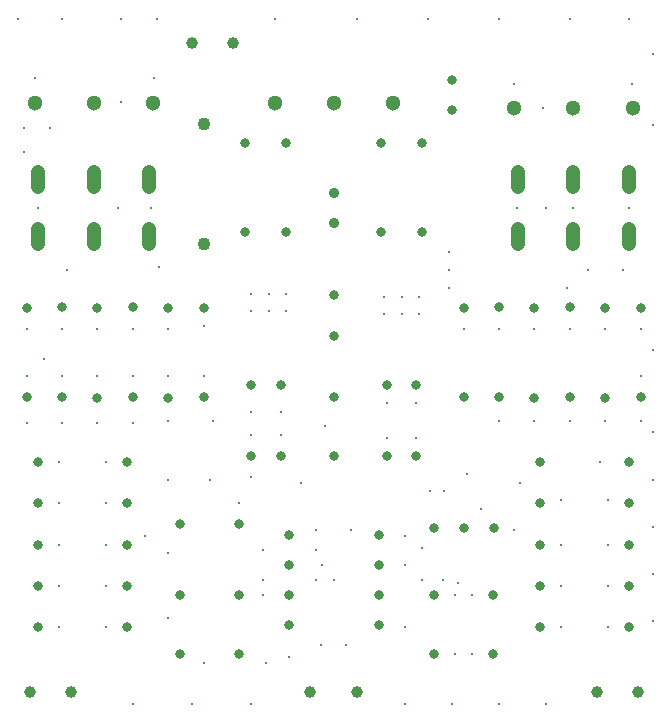
<source format=gbr>
%TF.GenerationSoftware,KiCad,Pcbnew,8.0.0*%
%TF.CreationDate,2024-04-22T22:36:38-07:00*%
%TF.ProjectId,rat-v2,7261742d-7632-42e6-9b69-6361645f7063,rev?*%
%TF.SameCoordinates,Original*%
%TF.FileFunction,Plated,1,4,PTH,Mixed*%
%TF.FilePolarity,Positive*%
%FSLAX46Y46*%
G04 Gerber Fmt 4.6, Leading zero omitted, Abs format (unit mm)*
G04 Created by KiCad (PCBNEW 8.0.0) date 2024-04-22 22:36:38*
%MOMM*%
%LPD*%
G01*
G04 APERTURE LIST*
%TA.AperFunction,ViaDrill*%
%ADD10C,0.300000*%
%TD*%
%TA.AperFunction,ComponentDrill*%
%ADD11C,0.800000*%
%TD*%
%TA.AperFunction,ComponentDrill*%
%ADD12C,0.900000*%
%TD*%
%TA.AperFunction,ComponentDrill*%
%ADD13C,1.000000*%
%TD*%
%TA.AperFunction,ComponentDrill*%
%ADD14C,1.100000*%
%TD*%
G04 aperture for slot hole*
%TA.AperFunction,ComponentDrill*%
%ADD15C,1.200000*%
%TD*%
%TA.AperFunction,ComponentDrill*%
%ADD16C,1.300000*%
%TD*%
G04 APERTURE END LIST*
D10*
X56250000Y-82000000D03*
X56750000Y-91250000D03*
X56750000Y-93250000D03*
X57000000Y-108250000D03*
X57000000Y-112250000D03*
X57000000Y-116250000D03*
X57750000Y-87000000D03*
X58000000Y-98000000D03*
X58500000Y-110750000D03*
X59000000Y-91250000D03*
X59750000Y-119500000D03*
X59750000Y-123000000D03*
X59750000Y-126500000D03*
X59750000Y-130000000D03*
X59750000Y-133500000D03*
X60000000Y-82000000D03*
X60000000Y-108250000D03*
X60000000Y-112250000D03*
X60000000Y-116250000D03*
X60455025Y-103294975D03*
X63000000Y-108250000D03*
X63000000Y-112250000D03*
X63000000Y-116250000D03*
X63750000Y-119500000D03*
X63750000Y-123000000D03*
X63750000Y-126500000D03*
X63750000Y-130000000D03*
X63750000Y-133500000D03*
X64750000Y-98000000D03*
X65000000Y-82000000D03*
X65000000Y-89000000D03*
X66000000Y-108250000D03*
X66000000Y-112250000D03*
X66000000Y-116250000D03*
X66000000Y-140000000D03*
X67000000Y-125750000D03*
X67500000Y-98000000D03*
X67750000Y-87000000D03*
X68000000Y-82000000D03*
X68250000Y-103000000D03*
X69000000Y-108250000D03*
X69000000Y-112250000D03*
X69000000Y-116000000D03*
X69000000Y-121000000D03*
X69000000Y-127250000D03*
X69000000Y-132750000D03*
X71000000Y-140000000D03*
X72000000Y-108000000D03*
X72000000Y-112250000D03*
X72000000Y-136500000D03*
X72500000Y-121000000D03*
X72750000Y-116000000D03*
X75000000Y-123000000D03*
X76000000Y-105250000D03*
X76000000Y-106750000D03*
X76000000Y-115250000D03*
X76000000Y-117250000D03*
X76000000Y-120750000D03*
X76000000Y-140000000D03*
X77000000Y-127000000D03*
X77000000Y-129500000D03*
X77000000Y-130750000D03*
X77250000Y-136500000D03*
X77500000Y-105250000D03*
X77500000Y-106750000D03*
X78000000Y-82000000D03*
X78500000Y-115250000D03*
X78500000Y-117250000D03*
X79000000Y-105250000D03*
X79000000Y-106750000D03*
X79250000Y-136000000D03*
X80250000Y-121250000D03*
X81500000Y-125250000D03*
X81500000Y-127000000D03*
X81500000Y-129500000D03*
X81962500Y-134962500D03*
X82000000Y-128250000D03*
X82250000Y-116500000D03*
X83000000Y-129500000D03*
X84037500Y-134962500D03*
X84500000Y-125250000D03*
X85000000Y-82000000D03*
X87250000Y-105500000D03*
X87250000Y-107000000D03*
X87500000Y-114500000D03*
X87500000Y-117500000D03*
X88750000Y-105500000D03*
X88750000Y-107000000D03*
X89000000Y-125750000D03*
X89000000Y-128250000D03*
X89000000Y-133500000D03*
X89000000Y-140000000D03*
X90000000Y-114500000D03*
X90000000Y-117500000D03*
X90250000Y-105500000D03*
X90250000Y-107000000D03*
X90500000Y-126750000D03*
X90500000Y-129500000D03*
X91000000Y-82000000D03*
X91185005Y-122000000D03*
X92250000Y-129500000D03*
X92317500Y-122000000D03*
X92750000Y-101750000D03*
X92750000Y-103250000D03*
X92750000Y-104750000D03*
X93000000Y-140000000D03*
X93250000Y-130750000D03*
X93250000Y-135750000D03*
X93537500Y-129712500D03*
X94000000Y-108250000D03*
X94250000Y-120500000D03*
X94750000Y-130750000D03*
X94750000Y-135750000D03*
X95500000Y-123500000D03*
X97000000Y-82000000D03*
X97000000Y-108250000D03*
X97000000Y-116000000D03*
X97000000Y-140000000D03*
X98250000Y-87500000D03*
X98250000Y-125250000D03*
X98500000Y-98000000D03*
X98750000Y-121250000D03*
X100000000Y-108250000D03*
X100000000Y-116000000D03*
X100750000Y-89500000D03*
X101000000Y-98000000D03*
X101000000Y-140000000D03*
X102250000Y-122750000D03*
X102250000Y-126500000D03*
X102250000Y-130000000D03*
X102250000Y-133500000D03*
X102750000Y-104750000D03*
X103000000Y-82000000D03*
X103000000Y-108250000D03*
X103000000Y-116000000D03*
X103250000Y-98000000D03*
X104500000Y-103250000D03*
X105550000Y-119550000D03*
X106000000Y-108250000D03*
X106000000Y-116000000D03*
X106250000Y-122750000D03*
X106250000Y-126500000D03*
X106250000Y-130000000D03*
X106250000Y-133500000D03*
X107500000Y-103250000D03*
X108000000Y-82000000D03*
X108000000Y-98000000D03*
X108250000Y-87500000D03*
X109000000Y-108250000D03*
X109000000Y-112250000D03*
X109000000Y-116000000D03*
X110000000Y-85000000D03*
X110000000Y-91000000D03*
X110000000Y-110000000D03*
X110000000Y-117000000D03*
X110000000Y-121000000D03*
X110000000Y-125000000D03*
X110000000Y-129000000D03*
X110000000Y-133000000D03*
D11*
%TO.C,R14*%
X57000000Y-106500000D03*
X57000000Y-114000000D03*
%TO.C,R4*%
X58000000Y-119500000D03*
%TO.C,R5*%
X58000000Y-123000000D03*
%TO.C,R3*%
X58000000Y-126500000D03*
%TO.C,R2*%
X58000000Y-130000000D03*
%TO.C,R1*%
X58000000Y-133500000D03*
%TO.C,D7*%
X60000000Y-106380000D03*
X60000000Y-114000000D03*
%TO.C,D8*%
X63000000Y-106500000D03*
X63000000Y-114120000D03*
%TO.C,R4*%
X65500000Y-119500000D03*
%TO.C,R5*%
X65500000Y-123000000D03*
%TO.C,R3*%
X65500000Y-126500000D03*
%TO.C,R2*%
X65500000Y-130000000D03*
%TO.C,R1*%
X65500000Y-133500000D03*
%TO.C,D9*%
X66000000Y-106380000D03*
X66000000Y-114000000D03*
%TO.C,D10*%
X69000000Y-106500000D03*
X69000000Y-114120000D03*
%TO.C,C4*%
X70000000Y-124750000D03*
%TO.C,C2*%
X70000000Y-130750000D03*
%TO.C,C1*%
X70000000Y-135750000D03*
%TO.C,R13*%
X72000000Y-106500000D03*
X72000000Y-114000000D03*
%TO.C,C4*%
X75000000Y-124750000D03*
%TO.C,C2*%
X75000000Y-130750000D03*
%TO.C,C1*%
X75000000Y-135750000D03*
%TO.C,R10*%
X75500000Y-92500000D03*
X75500000Y-100000000D03*
%TO.C,C5*%
X76000000Y-113000000D03*
%TO.C,C6*%
X76000000Y-119000000D03*
%TO.C,C5*%
X78500000Y-113000000D03*
%TO.C,C6*%
X78500000Y-119000000D03*
%TO.C,R18*%
X79000000Y-92500000D03*
X79000000Y-100000000D03*
%TO.C,U2*%
X79200000Y-125700000D03*
X79200000Y-128240000D03*
X79200000Y-130780000D03*
X79200000Y-133320000D03*
%TO.C,C11*%
X83000000Y-105347349D03*
X83000000Y-108847349D03*
%TO.C,C3*%
X83000000Y-114000000D03*
X83000000Y-119000000D03*
%TO.C,U2*%
X86820000Y-125700000D03*
X86820000Y-128240000D03*
X86820000Y-130780000D03*
X86820000Y-133320000D03*
%TO.C,R12*%
X87000000Y-92500000D03*
X87000000Y-100000000D03*
%TO.C,C7*%
X87500000Y-113000000D03*
%TO.C,C10*%
X87500000Y-119000000D03*
%TO.C,C7*%
X90000000Y-113000000D03*
%TO.C,C10*%
X90000000Y-119000000D03*
%TO.C,R11*%
X90500000Y-92500000D03*
X90500000Y-100000000D03*
%TO.C,Q1*%
X91460000Y-125110000D03*
%TO.C,C8*%
X91500000Y-130750000D03*
%TO.C,C9*%
X91500000Y-135750000D03*
%TO.C,C12*%
X93000000Y-87205112D03*
X93000000Y-89705112D03*
%TO.C,R16*%
X94000000Y-106500000D03*
X94000000Y-114000000D03*
%TO.C,Q1*%
X94000000Y-125110000D03*
%TO.C,C8*%
X96500000Y-130750000D03*
%TO.C,C9*%
X96500000Y-135750000D03*
%TO.C,Q1*%
X96540000Y-125110000D03*
%TO.C,D3*%
X97000000Y-106380000D03*
X97000000Y-114000000D03*
%TO.C,D4*%
X100000000Y-106500000D03*
X100000000Y-114120000D03*
%TO.C,R7*%
X100500000Y-119500000D03*
%TO.C,R17*%
X100500000Y-123000000D03*
%TO.C,R9*%
X100500000Y-126500000D03*
%TO.C,R8*%
X100500000Y-130000000D03*
%TO.C,R6*%
X100500000Y-133500000D03*
%TO.C,D5*%
X103000000Y-106380000D03*
X103000000Y-114000000D03*
%TO.C,D6*%
X106000000Y-106500000D03*
X106000000Y-114120000D03*
%TO.C,R7*%
X108000000Y-119500000D03*
%TO.C,R17*%
X108000000Y-123000000D03*
%TO.C,R9*%
X108000000Y-126500000D03*
%TO.C,R8*%
X108000000Y-130000000D03*
%TO.C,R6*%
X108000000Y-133500000D03*
%TO.C,R15*%
X109000000Y-106500000D03*
X109000000Y-114000000D03*
D12*
%TO.C,D1*%
X83000000Y-96735000D03*
X83000000Y-99275000D03*
D13*
%TO.C,P4*%
X57300000Y-139000000D03*
%TO.C,P8*%
X60800000Y-139000000D03*
%TO.C,P3*%
X71000000Y-84000000D03*
%TO.C,P1*%
X74500000Y-84000000D03*
%TO.C,P7*%
X81000000Y-139000000D03*
%TO.C,P2*%
X85000000Y-139000000D03*
%TO.C,P5*%
X105300000Y-139000000D03*
%TO.C,P6*%
X108800000Y-139000000D03*
D14*
%TO.C,D2*%
X72000000Y-90920000D03*
X72000000Y-101080000D03*
D15*
%TO.C,SW2*%
X58000000Y-94985000D02*
X58000000Y-96185000D01*
X58000000Y-99815000D02*
X58000000Y-101015000D01*
X62700000Y-94985000D02*
X62700000Y-96185000D01*
X62700000Y-99815000D02*
X62700000Y-101015000D01*
X67400000Y-94985000D02*
X67400000Y-96185000D01*
X67400000Y-99815000D02*
X67400000Y-101015000D01*
%TO.C,SW1*%
X98600000Y-94985000D02*
X98600000Y-96185000D01*
X98600000Y-99815000D02*
X98600000Y-101015000D01*
X103300000Y-94985000D02*
X103300000Y-96185000D01*
X103300000Y-99815000D02*
X103300000Y-101015000D01*
X108000000Y-94985000D02*
X108000000Y-96185000D01*
X108000000Y-99815000D02*
X108000000Y-101015000D01*
D16*
%TO.C,RV1*%
X57700000Y-89100000D03*
X62700000Y-89100000D03*
X67700000Y-89100000D03*
%TO.C,RV2*%
X78000000Y-89100000D03*
X83000000Y-89100000D03*
X88000000Y-89100000D03*
%TO.C,RV3*%
X98300000Y-89500000D03*
X103300000Y-89500000D03*
X108300000Y-89500000D03*
M02*

</source>
